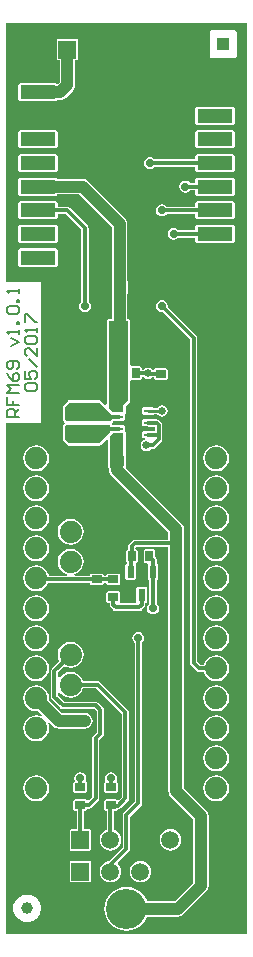
<source format=gtl>
G04 Layer_Physical_Order=1*
G04 Layer_Color=65280*
%FSLAX24Y24*%
%MOIN*%
G70*
G01*
G75*
%ADD10R,0.0472X0.0689*%
%ADD11R,0.0335X0.0256*%
%ADD12R,0.0472X0.0787*%
%ADD13R,0.0315X0.0110*%
%ADD14R,0.0256X0.0335*%
%ADD15R,0.0236X0.0433*%
%ADD16R,0.0800X0.0250*%
%ADD17R,0.0551X0.0394*%
%ADD18R,0.0354X0.0335*%
%ADD19R,0.0394X0.0551*%
%ADD20R,0.1181X0.0472*%
%ADD21R,0.0394X0.0394*%
%ADD22C,0.0394*%
%ADD23C,0.0118*%
%ADD24C,0.0098*%
%ADD25C,0.0394*%
%ADD26C,0.0059*%
%ADD27C,0.1339*%
%ADD28C,0.0591*%
%ADD29R,0.0591X0.0591*%
%ADD30C,0.0740*%
%ADD31C,0.0256*%
%ADD32C,0.0276*%
%ADD33C,0.0157*%
G36*
X8146Y121D02*
X121D01*
X121Y17145D01*
X1280D01*
Y21871D01*
X121D01*
X121Y30509D01*
X8146D01*
Y121D01*
D02*
G37*
%LPC*%
G36*
X1126Y10418D02*
X1014Y10403D01*
X909Y10360D01*
X819Y10291D01*
X750Y10201D01*
X707Y10096D01*
X692Y9984D01*
X707Y9872D01*
X750Y9767D01*
X819Y9678D01*
X909Y9609D01*
X1014Y9565D01*
X1126Y9551D01*
X1238Y9565D01*
X1343Y9609D01*
X1433Y9678D01*
X1502Y9767D01*
X1545Y9872D01*
X1560Y9984D01*
X1545Y10096D01*
X1502Y10201D01*
X1433Y10291D01*
X1343Y10360D01*
X1238Y10403D01*
X1126Y10418D01*
D02*
G37*
G36*
X7126D02*
X7014Y10403D01*
X6909Y10360D01*
X6819Y10291D01*
X6750Y10201D01*
X6707Y10096D01*
X6692Y9984D01*
X6707Y9872D01*
X6750Y9767D01*
X6819Y9678D01*
X6909Y9609D01*
X7014Y9565D01*
X7126Y9551D01*
X7238Y9565D01*
X7343Y9609D01*
X7433Y9678D01*
X7502Y9767D01*
X7545Y9872D01*
X7560Y9984D01*
X7545Y10096D01*
X7502Y10201D01*
X7433Y10291D01*
X7343Y10360D01*
X7238Y10403D01*
X7126Y10418D01*
D02*
G37*
G36*
X1126Y11418D02*
X1014Y11403D01*
X909Y11360D01*
X819Y11291D01*
X750Y11201D01*
X707Y11097D01*
X692Y10984D01*
X707Y10872D01*
X750Y10767D01*
X819Y10678D01*
X909Y10609D01*
X1014Y10565D01*
X1126Y10551D01*
X1238Y10565D01*
X1343Y10609D01*
X1433Y10678D01*
X1502Y10767D01*
X1545Y10872D01*
X1560Y10984D01*
X1545Y11097D01*
X1502Y11201D01*
X1433Y11291D01*
X1343Y11360D01*
X1238Y11403D01*
X1126Y11418D01*
D02*
G37*
G36*
Y9418D02*
X1014Y9403D01*
X909Y9360D01*
X819Y9291D01*
X750Y9201D01*
X707Y9097D01*
X692Y8984D01*
X707Y8872D01*
X750Y8767D01*
X819Y8678D01*
X909Y8609D01*
X1014Y8565D01*
X1126Y8551D01*
X1238Y8565D01*
X1343Y8609D01*
X1433Y8678D01*
X1502Y8767D01*
X1545Y8872D01*
X1560Y8984D01*
X1545Y9097D01*
X1502Y9201D01*
X1433Y9291D01*
X1343Y9360D01*
X1238Y9403D01*
X1126Y9418D01*
D02*
G37*
G36*
X5315Y21265D02*
X5238Y21249D01*
X5172Y21206D01*
X5129Y21140D01*
X5113Y21063D01*
X5129Y20986D01*
X5172Y20920D01*
X5238Y20877D01*
X5315Y20861D01*
X5340Y20866D01*
X6257Y19950D01*
Y9173D01*
X6257Y9173D01*
X6266Y9127D01*
X6292Y9087D01*
X6481Y8898D01*
X6481Y8898D01*
X6520Y8872D01*
X6567Y8863D01*
X6711D01*
X6750Y8767D01*
X6819Y8678D01*
X6909Y8609D01*
X7014Y8565D01*
X7126Y8551D01*
X7238Y8565D01*
X7343Y8609D01*
X7433Y8678D01*
X7502Y8767D01*
X7545Y8872D01*
X7560Y8984D01*
X7545Y9097D01*
X7502Y9201D01*
X7433Y9291D01*
X7343Y9360D01*
X7238Y9403D01*
X7126Y9418D01*
X7014Y9403D01*
X6909Y9360D01*
X6819Y9291D01*
X6750Y9201D01*
X6711Y9106D01*
X6617D01*
X6499Y9224D01*
Y20000D01*
X6499Y20000D01*
X6490Y20046D01*
X6464Y20086D01*
X6464Y20086D01*
X5512Y21038D01*
X5517Y21063D01*
X5501Y21140D01*
X5458Y21206D01*
X5392Y21249D01*
X5315Y21265D01*
D02*
G37*
G36*
X2276Y9868D02*
X2164Y9853D01*
X2059Y9810D01*
X1969Y9741D01*
X1900Y9651D01*
X1857Y9546D01*
X1842Y9434D01*
X1857Y9322D01*
X1897Y9227D01*
X1646Y8976D01*
X1620Y8937D01*
X1611Y8891D01*
X1611Y8891D01*
Y8031D01*
X1611Y8031D01*
X1620Y7985D01*
X1646Y7946D01*
X1922Y7670D01*
X1922Y7670D01*
X1961Y7644D01*
X2008Y7635D01*
X2008Y7635D01*
X3060D01*
X3146Y7548D01*
Y6861D01*
X3024Y6739D01*
X2998Y6700D01*
X2989Y6654D01*
X2989Y6654D01*
Y4696D01*
X2875Y4582D01*
X2816Y4593D01*
X2812Y4603D01*
X2766Y4622D01*
X2431D01*
X2385Y4603D01*
X2366Y4557D01*
Y4301D01*
X2385Y4255D01*
X2431Y4236D01*
X2477D01*
Y3628D01*
X2303D01*
X2257Y3609D01*
X2238Y3563D01*
Y2972D01*
X2257Y2927D01*
X2303Y2907D01*
X2894D01*
X2940Y2927D01*
X2959Y2972D01*
Y3563D01*
X2940Y3609D01*
X2894Y3628D01*
X2720D01*
Y4236D01*
X2766D01*
X2812Y4255D01*
X2831Y4301D01*
Y4308D01*
X2894D01*
X2894Y4308D01*
X2940Y4317D01*
X2980Y4343D01*
X3196Y4560D01*
X3222Y4599D01*
X3232Y4646D01*
X3232Y4646D01*
Y6603D01*
X3354Y6725D01*
X3354Y6725D01*
X3380Y6765D01*
X3389Y6811D01*
X3389Y6811D01*
Y7598D01*
X3389Y7598D01*
X3380Y7645D01*
X3354Y7684D01*
X3354Y7684D01*
X3196Y7842D01*
X3157Y7868D01*
X3110Y7877D01*
X3110Y7877D01*
X2058D01*
X1854Y8082D01*
Y8178D01*
X1863Y8186D01*
X1931Y8177D01*
X1969Y8128D01*
X2059Y8059D01*
X2164Y8015D01*
X2276Y8001D01*
X2388Y8015D01*
X2493Y8059D01*
X2583Y8128D01*
X2652Y8217D01*
X2691Y8313D01*
X3130D01*
X3973Y7469D01*
Y4696D01*
X3873Y4596D01*
X3835Y4603D01*
X3789Y4622D01*
X3455D01*
X3409Y4603D01*
X3390Y4557D01*
Y4301D01*
X3409Y4255D01*
X3455Y4236D01*
X3477D01*
Y3602D01*
X3419Y3578D01*
X3345Y3521D01*
X3288Y3447D01*
X3252Y3360D01*
X3240Y3268D01*
X3252Y3175D01*
X3288Y3089D01*
X3345Y3014D01*
X3419Y2957D01*
X3506Y2922D01*
X3598Y2909D01*
X3691Y2922D01*
X3778Y2957D01*
X3852Y3014D01*
X3909Y3089D01*
X3945Y3175D01*
X3957Y3268D01*
X3945Y3360D01*
X3909Y3447D01*
X3852Y3521D01*
X3778Y3578D01*
X3720Y3602D01*
Y4236D01*
X3789D01*
X3835Y4255D01*
X3847Y4284D01*
X3854D01*
X3854Y4284D01*
X3901Y4293D01*
X3940Y4320D01*
X4180Y4560D01*
X4180Y4560D01*
X4207Y4599D01*
X4216Y4646D01*
X4216Y4646D01*
Y7520D01*
X4216Y7520D01*
X4207Y7566D01*
X4180Y7606D01*
X3266Y8520D01*
X3226Y8546D01*
X3180Y8556D01*
X3180Y8556D01*
X2691D01*
X2652Y8651D01*
X2583Y8741D01*
X2493Y8810D01*
X2388Y8853D01*
X2276Y8868D01*
X2164Y8853D01*
X2059Y8810D01*
X1969Y8741D01*
X1931Y8691D01*
X1863Y8683D01*
X1854Y8690D01*
Y8840D01*
X2068Y9055D01*
X2164Y9015D01*
X2276Y9001D01*
X2388Y9015D01*
X2493Y9059D01*
X2583Y9128D01*
X2652Y9217D01*
X2695Y9322D01*
X2710Y9434D01*
X2695Y9546D01*
X2652Y9651D01*
X2583Y9741D01*
X2493Y9810D01*
X2388Y9853D01*
X2276Y9868D01*
D02*
G37*
G36*
X7126Y11418D02*
X7014Y11403D01*
X6909Y11360D01*
X6819Y11291D01*
X6750Y11201D01*
X6707Y11097D01*
X6692Y10984D01*
X6707Y10872D01*
X6750Y10767D01*
X6819Y10678D01*
X6909Y10609D01*
X7014Y10565D01*
X7126Y10551D01*
X7238Y10565D01*
X7343Y10609D01*
X7433Y10678D01*
X7502Y10767D01*
X7545Y10872D01*
X7560Y10984D01*
X7545Y11097D01*
X7502Y11201D01*
X7433Y11291D01*
X7343Y11360D01*
X7238Y11403D01*
X7126Y11418D01*
D02*
G37*
G36*
X2276Y12968D02*
X2164Y12953D01*
X2059Y12910D01*
X1969Y12841D01*
X1900Y12751D01*
X1857Y12646D01*
X1842Y12534D01*
X1857Y12422D01*
X1900Y12317D01*
X1969Y12228D01*
X2059Y12159D01*
X2152Y12120D01*
X2142Y12070D01*
X1548D01*
X1545Y12097D01*
X1502Y12201D01*
X1433Y12291D01*
X1343Y12360D01*
X1238Y12403D01*
X1126Y12418D01*
X1014Y12403D01*
X909Y12360D01*
X819Y12291D01*
X750Y12201D01*
X707Y12097D01*
X692Y11984D01*
X707Y11872D01*
X750Y11767D01*
X819Y11678D01*
X909Y11609D01*
X1014Y11565D01*
X1126Y11551D01*
X1238Y11565D01*
X1343Y11609D01*
X1433Y11678D01*
X1502Y11767D01*
X1526Y11827D01*
X2917D01*
Y11821D01*
X2936Y11775D01*
X2982Y11756D01*
X3317D01*
X3363Y11775D01*
X3382Y11821D01*
Y11827D01*
X3469D01*
Y11821D01*
X3488Y11775D01*
X3533Y11756D01*
X3868D01*
X3914Y11775D01*
X3933Y11821D01*
Y12077D01*
X3914Y12123D01*
X3868Y12142D01*
X3533D01*
X3488Y12123D01*
X3469Y12077D01*
Y12070D01*
X3382D01*
Y12077D01*
X3363Y12123D01*
X3317Y12142D01*
X2982D01*
X2936Y12123D01*
X2917Y12077D01*
Y12070D01*
X2410D01*
X2400Y12120D01*
X2493Y12159D01*
X2583Y12228D01*
X2652Y12317D01*
X2695Y12422D01*
X2710Y12534D01*
X2695Y12646D01*
X2652Y12751D01*
X2583Y12841D01*
X2493Y12910D01*
X2388Y12953D01*
X2276Y12968D01*
D02*
G37*
G36*
X1126Y13418D02*
X1014Y13403D01*
X909Y13360D01*
X819Y13291D01*
X750Y13201D01*
X707Y13096D01*
X692Y12984D01*
X707Y12872D01*
X750Y12767D01*
X819Y12678D01*
X909Y12609D01*
X1014Y12565D01*
X1126Y12551D01*
X1238Y12565D01*
X1343Y12609D01*
X1433Y12678D01*
X1502Y12767D01*
X1545Y12872D01*
X1560Y12984D01*
X1545Y13096D01*
X1502Y13201D01*
X1433Y13291D01*
X1343Y13360D01*
X1238Y13403D01*
X1126Y13418D01*
D02*
G37*
G36*
X7126D02*
X7014Y13403D01*
X6909Y13360D01*
X6819Y13291D01*
X6750Y13201D01*
X6707Y13096D01*
X6692Y12984D01*
X6707Y12872D01*
X6750Y12767D01*
X6819Y12678D01*
X6909Y12609D01*
X7014Y12565D01*
X7126Y12551D01*
X7238Y12565D01*
X7343Y12609D01*
X7433Y12678D01*
X7502Y12767D01*
X7545Y12872D01*
X7560Y12984D01*
X7545Y13096D01*
X7502Y13201D01*
X7433Y13291D01*
X7343Y13360D01*
X7238Y13403D01*
X7126Y13418D01*
D02*
G37*
G36*
X5030Y12949D02*
X4774D01*
X4728Y12930D01*
X4709Y12884D01*
Y12549D01*
X4728Y12503D01*
X4774Y12484D01*
X4817D01*
X4846Y12434D01*
X4837Y12411D01*
Y11978D01*
X4856Y11932D01*
X4898Y11915D01*
Y11141D01*
X4877Y11127D01*
X4833Y11061D01*
X4818Y10984D01*
X4833Y10907D01*
X4877Y10842D01*
X4943Y10798D01*
X5020Y10783D01*
X5097Y10798D01*
X5162Y10842D01*
X5206Y10907D01*
X5221Y10984D01*
X5206Y11061D01*
X5162Y11127D01*
X5141Y11141D01*
Y11915D01*
X5184Y11932D01*
X5203Y11978D01*
Y12411D01*
X5184Y12457D01*
X5141Y12475D01*
Y12598D01*
X5141Y12598D01*
X5132Y12645D01*
X5106Y12684D01*
X5106Y12684D01*
X5094Y12695D01*
Y12884D01*
X5075Y12930D01*
X5030Y12949D01*
D02*
G37*
G36*
X4764Y11709D02*
X4528D01*
X4482Y11690D01*
X4463Y11644D01*
Y11211D01*
X4469Y11195D01*
X4436Y11145D01*
X3940D01*
X3918Y11195D01*
X3933Y11230D01*
Y11486D01*
X3914Y11532D01*
X3868Y11551D01*
X3533D01*
X3488Y11532D01*
X3469Y11486D01*
Y11230D01*
X3488Y11184D01*
X3533Y11165D01*
X3579D01*
Y11102D01*
X3579Y11102D01*
X3589Y11056D01*
X3615Y11017D01*
X3694Y10938D01*
X3694Y10938D01*
X3733Y10911D01*
X3780Y10902D01*
X4567D01*
X4567Y10902D01*
X4613Y10911D01*
X4653Y10938D01*
X4732Y11017D01*
X4732Y11017D01*
X4758Y11056D01*
X4767Y11102D01*
Y11147D01*
X4810Y11165D01*
X4829Y11211D01*
Y11644D01*
X4810Y11690D01*
X4764Y11709D01*
D02*
G37*
G36*
X7126Y12418D02*
X7014Y12403D01*
X6909Y12360D01*
X6819Y12291D01*
X6750Y12201D01*
X6707Y12097D01*
X6692Y11984D01*
X6707Y11872D01*
X6750Y11767D01*
X6819Y11678D01*
X6909Y11609D01*
X7014Y11565D01*
X7126Y11551D01*
X7238Y11565D01*
X7343Y11609D01*
X7433Y11678D01*
X7502Y11767D01*
X7545Y11872D01*
X7560Y11984D01*
X7545Y12097D01*
X7502Y12201D01*
X7433Y12291D01*
X7343Y12360D01*
X7238Y12403D01*
X7126Y12418D01*
D02*
G37*
G36*
X4598Y2563D02*
X4506Y2551D01*
X4419Y2515D01*
X4345Y2458D01*
X4288Y2384D01*
X4252Y2297D01*
X4240Y2205D01*
X4252Y2112D01*
X4288Y2026D01*
X4345Y1951D01*
X4419Y1894D01*
X4506Y1859D01*
X4598Y1846D01*
X4691Y1859D01*
X4778Y1894D01*
X4852Y1951D01*
X4909Y2026D01*
X4945Y2112D01*
X4957Y2205D01*
X4945Y2297D01*
X4909Y2384D01*
X4852Y2458D01*
X4778Y2515D01*
X4691Y2551D01*
X4598Y2563D01*
D02*
G37*
G36*
X5598Y3626D02*
X5506Y3614D01*
X5419Y3578D01*
X5345Y3521D01*
X5288Y3447D01*
X5252Y3360D01*
X5240Y3268D01*
X5252Y3175D01*
X5288Y3089D01*
X5345Y3014D01*
X5419Y2957D01*
X5506Y2922D01*
X5598Y2909D01*
X5691Y2922D01*
X5778Y2957D01*
X5852Y3014D01*
X5909Y3089D01*
X5945Y3175D01*
X5957Y3268D01*
X5945Y3360D01*
X5909Y3447D01*
X5852Y3521D01*
X5778Y3578D01*
X5691Y3614D01*
X5598Y3626D01*
D02*
G37*
G36*
X1126Y5418D02*
X1014Y5403D01*
X909Y5360D01*
X819Y5291D01*
X750Y5201D01*
X707Y5096D01*
X692Y4984D01*
X707Y4872D01*
X750Y4767D01*
X819Y4678D01*
X909Y4609D01*
X1014Y4565D01*
X1126Y4551D01*
X1238Y4565D01*
X1343Y4609D01*
X1433Y4678D01*
X1502Y4767D01*
X1545Y4872D01*
X1560Y4984D01*
X1545Y5096D01*
X1502Y5201D01*
X1433Y5291D01*
X1343Y5360D01*
X1238Y5403D01*
X1126Y5418D01*
D02*
G37*
G36*
X775Y1443D02*
X767Y1440D01*
X758Y1441D01*
X658Y1414D01*
X651Y1409D01*
X642Y1407D01*
X553Y1356D01*
X547Y1349D01*
X539Y1345D01*
X466Y1272D01*
X462Y1264D01*
X455Y1258D01*
X404Y1169D01*
X403Y1160D01*
X397Y1153D01*
X370Y1053D01*
X371Y1044D01*
X368Y1036D01*
Y984D01*
X368Y932D01*
X371Y924D01*
X370Y916D01*
X397Y815D01*
X403Y809D01*
X404Y800D01*
X455Y710D01*
X462Y705D01*
X466Y697D01*
X539Y623D01*
X547Y620D01*
X553Y613D01*
X642Y561D01*
X651Y560D01*
X658Y555D01*
X758Y528D01*
X767Y529D01*
X775Y526D01*
X879Y526D01*
X887Y529D01*
X895Y528D01*
X996Y555D01*
X1002Y560D01*
X1011Y561D01*
X1101Y613D01*
X1106Y620D01*
X1114Y623D01*
X1188Y697D01*
X1191Y705D01*
X1198Y710D01*
X1250Y800D01*
X1251Y809D01*
X1256Y815D01*
X1283Y916D01*
X1282Y924D01*
X1285Y932D01*
Y1036D01*
X1282Y1044D01*
X1283Y1053D01*
X1256Y1153D01*
X1251Y1160D01*
X1250Y1169D01*
X1198Y1258D01*
X1191Y1264D01*
X1188Y1272D01*
X1114Y1345D01*
X1106Y1349D01*
X1101Y1356D01*
X1011Y1407D01*
X1003Y1409D01*
X996Y1414D01*
X895Y1441D01*
X887Y1440D01*
X879Y1443D01*
X775Y1443D01*
D02*
G37*
G36*
X2894Y2565D02*
X2303D01*
X2257Y2546D01*
X2238Y2500D01*
Y1909D01*
X2257Y1864D01*
X2303Y1845D01*
X2894D01*
X2940Y1864D01*
X2959Y1909D01*
Y2500D01*
X2940Y2546D01*
X2894Y2565D01*
D02*
G37*
G36*
X4528Y10202D02*
X4450Y10186D01*
X4385Y10143D01*
X4341Y10077D01*
X4326Y10000D01*
X4341Y9923D01*
X4385Y9857D01*
X4406Y9843D01*
Y4538D01*
X4048Y4180D01*
X4022Y4141D01*
X4012Y4094D01*
X4012Y4094D01*
Y3027D01*
X3541Y2556D01*
X3506Y2551D01*
X3419Y2515D01*
X3345Y2458D01*
X3288Y2384D01*
X3252Y2297D01*
X3240Y2205D01*
X3252Y2112D01*
X3288Y2026D01*
X3345Y1951D01*
X3419Y1894D01*
X3506Y1859D01*
X3598Y1846D01*
X3691Y1859D01*
X3778Y1894D01*
X3852Y1951D01*
X3909Y2026D01*
X3945Y2112D01*
X3957Y2205D01*
X3945Y2297D01*
X3909Y2384D01*
X3852Y2458D01*
X3845Y2463D01*
X3842Y2513D01*
X4220Y2891D01*
X4220Y2891D01*
X4246Y2930D01*
X4255Y2976D01*
Y4044D01*
X4613Y4402D01*
X4613Y4402D01*
X4640Y4442D01*
X4649Y4488D01*
Y9843D01*
X4670Y9857D01*
X4714Y9923D01*
X4729Y10000D01*
X4714Y10077D01*
X4670Y10143D01*
X4605Y10186D01*
X4528Y10202D01*
D02*
G37*
G36*
X7126Y5418D02*
X7014Y5403D01*
X6909Y5360D01*
X6819Y5291D01*
X6750Y5201D01*
X6707Y5096D01*
X6692Y4984D01*
X6707Y4872D01*
X6750Y4767D01*
X6819Y4678D01*
X6909Y4609D01*
X7014Y4565D01*
X7126Y4551D01*
X7238Y4565D01*
X7343Y4609D01*
X7433Y4678D01*
X7502Y4767D01*
X7545Y4872D01*
X7560Y4984D01*
X7545Y5096D01*
X7502Y5201D01*
X7433Y5291D01*
X7343Y5360D01*
X7238Y5403D01*
X7126Y5418D01*
D02*
G37*
G36*
Y7418D02*
X7014Y7403D01*
X6909Y7360D01*
X6819Y7291D01*
X6750Y7201D01*
X6707Y7096D01*
X6692Y6984D01*
X6707Y6872D01*
X6750Y6767D01*
X6819Y6678D01*
X6909Y6609D01*
X7014Y6565D01*
X7126Y6551D01*
X7238Y6565D01*
X7343Y6609D01*
X7433Y6678D01*
X7502Y6767D01*
X7545Y6872D01*
X7560Y6984D01*
X7545Y7096D01*
X7502Y7201D01*
X7433Y7291D01*
X7343Y7360D01*
X7238Y7403D01*
X7126Y7418D01*
D02*
G37*
G36*
X1126Y8418D02*
X1014Y8403D01*
X909Y8360D01*
X819Y8291D01*
X750Y8201D01*
X707Y8097D01*
X692Y7984D01*
X707Y7872D01*
X750Y7767D01*
X819Y7678D01*
X909Y7609D01*
X1014Y7565D01*
X1126Y7551D01*
X1185Y7558D01*
X1321Y7423D01*
X1292Y7381D01*
X1238Y7403D01*
X1126Y7418D01*
X1014Y7403D01*
X909Y7360D01*
X819Y7291D01*
X750Y7201D01*
X707Y7096D01*
X692Y6984D01*
X707Y6872D01*
X750Y6767D01*
X819Y6678D01*
X909Y6609D01*
X1014Y6565D01*
X1126Y6551D01*
X1238Y6565D01*
X1343Y6609D01*
X1433Y6678D01*
X1502Y6767D01*
X1545Y6872D01*
X1560Y6984D01*
X1545Y7096D01*
X1522Y7151D01*
X1565Y7179D01*
X1693Y7051D01*
X1746Y7010D01*
X1809Y6984D01*
X1876Y6975D01*
X1883D01*
X1890Y6972D01*
X2441D01*
X2448Y6975D01*
X2746D01*
X2813Y6984D01*
X2876Y7010D01*
X2929Y7051D01*
X2970Y7105D01*
X2996Y7167D01*
X3005Y7234D01*
X2996Y7301D01*
X2970Y7364D01*
X2929Y7417D01*
X2876Y7459D01*
X2813Y7484D01*
X2746Y7493D01*
X2448D01*
X2441Y7496D01*
X1981D01*
X1552Y7925D01*
X1560Y7984D01*
X1545Y8097D01*
X1502Y8201D01*
X1433Y8291D01*
X1343Y8360D01*
X1238Y8403D01*
X1126Y8418D01*
D02*
G37*
G36*
X7126D02*
X7014Y8403D01*
X6909Y8360D01*
X6819Y8291D01*
X6750Y8201D01*
X6707Y8097D01*
X6692Y7984D01*
X6707Y7872D01*
X6750Y7767D01*
X6819Y7678D01*
X6909Y7609D01*
X7014Y7565D01*
X7126Y7551D01*
X7238Y7565D01*
X7343Y7609D01*
X7433Y7678D01*
X7502Y7767D01*
X7545Y7872D01*
X7560Y7984D01*
X7545Y8097D01*
X7502Y8201D01*
X7433Y8291D01*
X7343Y8360D01*
X7238Y8403D01*
X7126Y8418D01*
D02*
G37*
G36*
X2598Y5517D02*
X2521Y5501D01*
X2456Y5458D01*
X2412Y5392D01*
X2397Y5315D01*
X2412Y5238D01*
X2401Y5200D01*
X2385Y5194D01*
X2366Y5148D01*
Y4892D01*
X2385Y4846D01*
X2431Y4827D01*
X2766D01*
X2812Y4846D01*
X2831Y4892D01*
Y5148D01*
X2812Y5194D01*
X2796Y5200D01*
X2785Y5238D01*
X2800Y5315D01*
X2785Y5392D01*
X2741Y5458D01*
X2676Y5501D01*
X2598Y5517D01*
D02*
G37*
G36*
X3622D02*
X3545Y5501D01*
X3479Y5458D01*
X3436Y5392D01*
X3420Y5315D01*
X3436Y5238D01*
X3424Y5200D01*
X3409Y5194D01*
X3390Y5148D01*
Y4892D01*
X3409Y4846D01*
X3455Y4827D01*
X3789D01*
X3835Y4846D01*
X3854Y4892D01*
Y5148D01*
X3835Y5194D01*
X3820Y5200D01*
X3808Y5238D01*
X3824Y5315D01*
X3808Y5392D01*
X3765Y5458D01*
X3699Y5501D01*
X3622Y5517D01*
D02*
G37*
G36*
X7126Y6418D02*
X7014Y6403D01*
X6909Y6360D01*
X6819Y6291D01*
X6750Y6201D01*
X6707Y6097D01*
X6692Y5984D01*
X6707Y5872D01*
X6750Y5767D01*
X6819Y5678D01*
X6909Y5609D01*
X7014Y5565D01*
X7126Y5551D01*
X7238Y5565D01*
X7343Y5609D01*
X7433Y5678D01*
X7502Y5767D01*
X7545Y5872D01*
X7560Y5984D01*
X7545Y6097D01*
X7502Y6201D01*
X7433Y6291D01*
X7343Y6360D01*
X7238Y6403D01*
X7126Y6418D01*
D02*
G37*
G36*
X7677Y23766D02*
X6496D01*
X6450Y23747D01*
X6431Y23701D01*
Y23586D01*
X5865D01*
X5851Y23607D01*
X5786Y23651D01*
X5709Y23666D01*
X5631Y23651D01*
X5566Y23607D01*
X5522Y23542D01*
X5507Y23465D01*
X5522Y23387D01*
X5566Y23322D01*
X5631Y23278D01*
X5709Y23263D01*
X5786Y23278D01*
X5851Y23322D01*
X5865Y23343D01*
X6431D01*
Y23228D01*
X6450Y23182D01*
X6496Y23163D01*
X7677D01*
X7723Y23182D01*
X7742Y23228D01*
Y23701D01*
X7723Y23747D01*
X7677Y23766D01*
D02*
G37*
G36*
Y24553D02*
X6496D01*
X6450Y24534D01*
X6431Y24488D01*
Y24373D01*
X5472Y24373D01*
X5458Y24395D01*
X5392Y24438D01*
X5315Y24454D01*
X5238Y24438D01*
X5172Y24395D01*
X5129Y24329D01*
X5113Y24252D01*
X5129Y24175D01*
X5172Y24109D01*
X5238Y24066D01*
X5315Y24050D01*
X5392Y24066D01*
X5458Y24109D01*
X5472Y24131D01*
X6431Y24131D01*
Y24016D01*
X6450Y23970D01*
X6496Y23951D01*
X7677D01*
X7723Y23970D01*
X7742Y24016D01*
Y24488D01*
X7723Y24534D01*
X7677Y24553D01*
D02*
G37*
G36*
Y25341D02*
X6496D01*
X6450Y25321D01*
X6431Y25276D01*
Y25161D01*
X6259D01*
X6245Y25182D01*
X6180Y25226D01*
X6102Y25241D01*
X6025Y25226D01*
X5960Y25182D01*
X5916Y25117D01*
X5901Y25039D01*
X5916Y24962D01*
X5960Y24897D01*
X6025Y24853D01*
X6102Y24838D01*
X6180Y24853D01*
X6245Y24897D01*
X6259Y24918D01*
X6431D01*
Y24803D01*
X6450Y24757D01*
X6496Y24738D01*
X7677D01*
X7723Y24757D01*
X7742Y24803D01*
Y25276D01*
X7723Y25321D01*
X7677Y25341D01*
D02*
G37*
G36*
X1772Y24553D02*
X591D01*
X545Y24534D01*
X526Y24488D01*
Y24016D01*
X545Y23970D01*
X591Y23951D01*
X1772D01*
X1818Y23970D01*
X1837Y24016D01*
Y24131D01*
X2115D01*
X2635Y23611D01*
Y21220D01*
X2613Y21206D01*
X2570Y21140D01*
X2554Y21063D01*
X2570Y20986D01*
X2613Y20920D01*
X2679Y20877D01*
X2756Y20861D01*
X2833Y20877D01*
X2899Y20920D01*
X2942Y20986D01*
X2958Y21063D01*
X2942Y21140D01*
X2899Y21206D01*
X2877Y21220D01*
Y23661D01*
X2868Y23708D01*
X2842Y23747D01*
X2842Y23747D01*
X2251Y24338D01*
X2212Y24364D01*
X2165Y24373D01*
X2165Y24373D01*
X1837D01*
Y24488D01*
X1818Y24534D01*
X1772Y24553D01*
D02*
G37*
G36*
Y22978D02*
X591D01*
X545Y22959D01*
X526Y22913D01*
Y22441D01*
X545Y22395D01*
X591Y22376D01*
X1772D01*
X1818Y22395D01*
X1837Y22441D01*
Y22913D01*
X1818Y22959D01*
X1772Y22978D01*
D02*
G37*
G36*
Y23766D02*
X591D01*
X545Y23747D01*
X526Y23701D01*
Y23228D01*
X545Y23182D01*
X591Y23163D01*
X1772D01*
X1818Y23182D01*
X1837Y23228D01*
Y23701D01*
X1818Y23747D01*
X1772Y23766D01*
D02*
G37*
G36*
Y26128D02*
X591D01*
X545Y26109D01*
X526Y26063D01*
Y25591D01*
X545Y25545D01*
X591Y25526D01*
X1772D01*
X1818Y25545D01*
X1837Y25591D01*
Y26063D01*
X1818Y26109D01*
X1772Y26128D01*
D02*
G37*
G36*
X7677Y27703D02*
X6496D01*
X6450Y27684D01*
X6431Y27638D01*
Y27165D01*
X6450Y27119D01*
X6496Y27100D01*
X7677D01*
X7723Y27119D01*
X7742Y27165D01*
Y27638D01*
X7723Y27684D01*
X7677Y27703D01*
D02*
G37*
G36*
X2461Y29967D02*
X1870D01*
X1824Y29948D01*
X1805Y29902D01*
Y29311D01*
X1824Y29265D01*
X1870Y29246D01*
X1906D01*
Y28533D01*
X1840Y28467D01*
X1818Y28471D01*
X1772Y28490D01*
X591D01*
X545Y28471D01*
X526Y28425D01*
Y27953D01*
X545Y27907D01*
X591Y27888D01*
X1772D01*
X1818Y27907D01*
X1827Y27930D01*
X1929D01*
X1996Y27939D01*
X2059Y27965D01*
X2112Y28006D01*
X2349Y28242D01*
X2390Y28296D01*
X2416Y28358D01*
X2424Y28425D01*
Y29246D01*
X2461D01*
X2507Y29265D01*
X2526Y29311D01*
Y29902D01*
X2507Y29948D01*
X2461Y29967D01*
D02*
G37*
G36*
X7756Y30262D02*
X6969D01*
X6923Y30243D01*
X6904Y30197D01*
Y29409D01*
X6923Y29364D01*
X6969Y29344D01*
X7756D01*
X7802Y29364D01*
X7821Y29409D01*
Y30197D01*
X7802Y30243D01*
X7756Y30262D01*
D02*
G37*
G36*
X7677Y26128D02*
X6496D01*
X6450Y26109D01*
X6431Y26063D01*
Y25948D01*
X5078Y25948D01*
X5064Y25969D01*
X4998Y26013D01*
X4921Y26028D01*
X4844Y26013D01*
X4779Y25969D01*
X4735Y25904D01*
X4720Y25827D01*
X4735Y25750D01*
X4779Y25684D01*
X4844Y25640D01*
X4921Y25625D01*
X4998Y25640D01*
X5064Y25684D01*
X5078Y25705D01*
X6431Y25705D01*
Y25591D01*
X6450Y25545D01*
X6496Y25526D01*
X7677D01*
X7723Y25545D01*
X7742Y25591D01*
Y26063D01*
X7723Y26109D01*
X7677Y26128D01*
D02*
G37*
G36*
X1772Y26915D02*
X591D01*
X545Y26896D01*
X526Y26850D01*
Y26378D01*
X545Y26332D01*
X591Y26313D01*
X1772D01*
X1818Y26332D01*
X1837Y26378D01*
Y26850D01*
X1818Y26896D01*
X1772Y26915D01*
D02*
G37*
G36*
X7677D02*
X6496D01*
X6450Y26896D01*
X6431Y26850D01*
Y26378D01*
X6450Y26332D01*
X6496Y26313D01*
X7677D01*
X7723Y26332D01*
X7742Y26378D01*
Y26850D01*
X7723Y26896D01*
X7677Y26915D01*
D02*
G37*
G36*
X1772Y25341D02*
X591D01*
X545Y25321D01*
X526Y25276D01*
Y24803D01*
X545Y24757D01*
X591Y24738D01*
X1772D01*
X1818Y24757D01*
X1827Y24780D01*
X2570D01*
X3648Y23702D01*
Y21227D01*
X3646Y21220D01*
Y20669D01*
X3614Y20631D01*
X3559D01*
X3529Y20625D01*
X3502Y20608D01*
X3485Y20582D01*
X3479Y20551D01*
Y17781D01*
X3433Y17762D01*
X3297Y17898D01*
X3297Y17898D01*
X3270Y17915D01*
X3240Y17921D01*
X2233Y17921D01*
X2233Y17921D01*
X2203Y17915D01*
X2177Y17898D01*
X2046Y17767D01*
X2028Y17741D01*
X2022Y17710D01*
X2022Y17273D01*
X2022Y17273D01*
X2028Y17242D01*
X2046Y17216D01*
X2064Y17198D01*
X2076Y17165D01*
X2064Y17132D01*
X2046Y17114D01*
X2028Y17088D01*
X2022Y17058D01*
X2022Y16621D01*
X2022Y16621D01*
X2028Y16590D01*
X2046Y16564D01*
X2177Y16433D01*
X2203Y16416D01*
X2233Y16409D01*
X3240Y16409D01*
X3240Y16409D01*
X3270Y16416D01*
X3297Y16433D01*
X3297Y16433D01*
X3472Y16609D01*
X3518Y16589D01*
X3518Y15705D01*
X3524Y15674D01*
X3542Y15648D01*
X3556Y15634D01*
Y15594D01*
X3565Y15527D01*
X3591Y15465D01*
X3632Y15411D01*
X5528Y13515D01*
Y13271D01*
X4409D01*
X4409Y13271D01*
X4363Y13262D01*
X4324Y13235D01*
X4225Y13137D01*
X4199Y13098D01*
X4190Y13051D01*
X4190Y13051D01*
Y12949D01*
X4183D01*
X4137Y12930D01*
X4118Y12884D01*
Y12549D01*
X4137Y12503D01*
X4115Y12460D01*
X4108Y12457D01*
X4089Y12411D01*
Y11978D01*
X4108Y11932D01*
X4154Y11913D01*
X4390D01*
X4436Y11932D01*
X4455Y11978D01*
Y12411D01*
X4444Y12436D01*
X4441Y12465D01*
X4464Y12495D01*
X4485Y12503D01*
X4504Y12549D01*
Y12884D01*
X4485Y12930D01*
X4439Y12949D01*
X4432D01*
Y13001D01*
X4460Y13028D01*
X5528D01*
Y4882D01*
X5537Y4815D01*
X5563Y4752D01*
X5604Y4699D01*
X6355Y3948D01*
Y1840D01*
X5739Y1224D01*
X4817D01*
X4811Y1245D01*
X4743Y1372D01*
X4652Y1483D01*
X4541Y1574D01*
X4414Y1642D01*
X4277Y1683D01*
X4134Y1697D01*
X3991Y1683D01*
X3853Y1642D01*
X3727Y1574D01*
X3616Y1483D01*
X3525Y1372D01*
X3457Y1245D01*
X3415Y1108D01*
X3401Y965D01*
X3415Y822D01*
X3457Y684D01*
X3525Y557D01*
X3616Y446D01*
X3727Y355D01*
X3853Y288D01*
X3991Y246D01*
X4134Y232D01*
X4277Y246D01*
X4414Y288D01*
X4541Y355D01*
X4652Y446D01*
X4743Y557D01*
X4811Y684D01*
X4817Y706D01*
X5846D01*
X5914Y714D01*
X5976Y740D01*
X6030Y781D01*
X6797Y1549D01*
X6839Y1603D01*
X6864Y1665D01*
X6873Y1732D01*
Y4055D01*
X6864Y4122D01*
X6839Y4185D01*
X6797Y4238D01*
X6046Y4989D01*
Y13150D01*
Y13622D01*
X6038Y13689D01*
X6012Y13752D01*
X5971Y13805D01*
X4111Y15665D01*
X4112Y15669D01*
Y15719D01*
X4120Y15738D01*
Y15902D01*
Y16073D01*
X4112Y16092D01*
D01*
Y16817D01*
X4111Y16824D01*
X4106Y16848D01*
X4088Y16874D01*
X4085Y16876D01*
X4100Y16913D01*
Y17024D01*
X4081Y17070D01*
X4035Y17089D01*
X3885D01*
X3878Y17090D01*
X3676D01*
Y17093D01*
X3670Y17124D01*
X3665Y17130D01*
X3660Y17169D01*
X3672Y17196D01*
X3699Y17229D01*
X3705Y17239D01*
X3706Y17241D01*
X3878D01*
X3885Y17242D01*
X4035D01*
X4081Y17261D01*
X4100Y17307D01*
Y17417D01*
X4082Y17461D01*
X4086Y17468D01*
X4087Y17469D01*
X4104Y17495D01*
X4110Y17526D01*
Y17565D01*
Y17715D01*
Y17723D01*
X4116Y17729D01*
X4116Y17729D01*
X4244Y17857D01*
D01*
X4244Y17857D01*
X4262Y17883D01*
X4268Y17914D01*
Y18510D01*
D01*
Y18510D01*
X4269Y18518D01*
Y18559D01*
X4317Y18593D01*
X4573D01*
X4619Y18612D01*
X4638Y18658D01*
Y18698D01*
X4698D01*
X4707Y18683D01*
X4769Y18642D01*
X4843Y18627D01*
X4916Y18642D01*
X4978Y18683D01*
X4979Y18684D01*
X5043D01*
Y18671D01*
X5062Y18625D01*
X5108Y18606D01*
X5443D01*
X5489Y18625D01*
X5508Y18671D01*
Y18927D01*
X5489Y18973D01*
X5443Y18992D01*
X5108D01*
X5062Y18973D01*
X5043Y18927D01*
X4994Y18930D01*
X4978Y18954D01*
X4916Y18996D01*
X4843Y19011D01*
X4769Y18996D01*
X4707Y18954D01*
X4698Y18940D01*
X4638D01*
Y18993D01*
X4619Y19039D01*
X4573Y19058D01*
X4317D01*
X4269Y19092D01*
Y20551D01*
X4263Y20582D01*
X4246Y20608D01*
X4220Y20625D01*
X4199Y20630D01*
X4169Y20669D01*
Y21220D01*
X4167Y21227D01*
Y21474D01*
X4180Y21480D01*
X4199Y21526D01*
Y21860D01*
X4180Y21906D01*
X4167Y21912D01*
Y23809D01*
X4158Y23876D01*
X4132Y23939D01*
X4091Y23992D01*
X2860Y25223D01*
X2807Y25264D01*
X2744Y25290D01*
X2677Y25298D01*
X1827D01*
X1818Y25321D01*
X1772Y25341D01*
D02*
G37*
G36*
X1126Y15418D02*
X1014Y15403D01*
X909Y15360D01*
X819Y15291D01*
X750Y15201D01*
X707Y15096D01*
X692Y14984D01*
X707Y14872D01*
X750Y14767D01*
X819Y14678D01*
X909Y14609D01*
X1014Y14565D01*
X1126Y14551D01*
X1238Y14565D01*
X1343Y14609D01*
X1433Y14678D01*
X1502Y14767D01*
X1545Y14872D01*
X1560Y14984D01*
X1545Y15096D01*
X1502Y15201D01*
X1433Y15291D01*
X1343Y15360D01*
X1238Y15403D01*
X1126Y15418D01*
D02*
G37*
G36*
X7126D02*
X7014Y15403D01*
X6909Y15360D01*
X6819Y15291D01*
X6750Y15201D01*
X6707Y15096D01*
X6692Y14984D01*
X6707Y14872D01*
X6750Y14767D01*
X6819Y14678D01*
X6909Y14609D01*
X7014Y14565D01*
X7126Y14551D01*
X7238Y14565D01*
X7343Y14609D01*
X7433Y14678D01*
X7502Y14767D01*
X7545Y14872D01*
X7560Y14984D01*
X7545Y15096D01*
X7502Y15201D01*
X7433Y15291D01*
X7343Y15360D01*
X7238Y15403D01*
X7126Y15418D01*
D02*
G37*
G36*
X1126Y16418D02*
X1014Y16403D01*
X909Y16360D01*
X819Y16291D01*
X750Y16201D01*
X707Y16097D01*
X692Y15984D01*
X707Y15872D01*
X750Y15767D01*
X819Y15678D01*
X909Y15609D01*
X1014Y15565D01*
X1126Y15551D01*
X1238Y15565D01*
X1343Y15609D01*
X1433Y15678D01*
X1502Y15767D01*
X1545Y15872D01*
X1560Y15984D01*
X1545Y16097D01*
X1502Y16201D01*
X1433Y16291D01*
X1343Y16360D01*
X1238Y16403D01*
X1126Y16418D01*
D02*
G37*
G36*
X2276Y13968D02*
X2164Y13953D01*
X2059Y13910D01*
X1969Y13841D01*
X1900Y13751D01*
X1857Y13647D01*
X1842Y13534D01*
X1857Y13422D01*
X1900Y13317D01*
X1969Y13228D01*
X2059Y13159D01*
X2164Y13115D01*
X2276Y13101D01*
X2388Y13115D01*
X2493Y13159D01*
X2583Y13228D01*
X2652Y13317D01*
X2695Y13422D01*
X2710Y13534D01*
X2695Y13647D01*
X2652Y13751D01*
X2583Y13841D01*
X2493Y13910D01*
X2388Y13953D01*
X2276Y13968D01*
D02*
G37*
G36*
X1126Y14418D02*
X1014Y14403D01*
X909Y14360D01*
X819Y14291D01*
X750Y14201D01*
X707Y14096D01*
X692Y13984D01*
X707Y13872D01*
X750Y13767D01*
X819Y13678D01*
X909Y13609D01*
X1014Y13565D01*
X1126Y13551D01*
X1238Y13565D01*
X1343Y13609D01*
X1433Y13678D01*
X1502Y13767D01*
X1545Y13872D01*
X1560Y13984D01*
X1545Y14096D01*
X1502Y14201D01*
X1433Y14291D01*
X1343Y14360D01*
X1238Y14403D01*
X1126Y14418D01*
D02*
G37*
G36*
X7126D02*
X7014Y14403D01*
X6909Y14360D01*
X6819Y14291D01*
X6750Y14201D01*
X6707Y14096D01*
X6692Y13984D01*
X6707Y13872D01*
X6750Y13767D01*
X6819Y13678D01*
X6909Y13609D01*
X7014Y13565D01*
X7126Y13551D01*
X7238Y13565D01*
X7343Y13609D01*
X7433Y13678D01*
X7502Y13767D01*
X7545Y13872D01*
X7560Y13984D01*
X7545Y14096D01*
X7502Y14201D01*
X7433Y14291D01*
X7343Y14360D01*
X7238Y14403D01*
X7126Y14418D01*
D02*
G37*
G36*
Y16418D02*
X7014Y16403D01*
X6909Y16360D01*
X6819Y16291D01*
X6750Y16201D01*
X6707Y16097D01*
X6692Y15984D01*
X6707Y15872D01*
X6750Y15767D01*
X6819Y15678D01*
X6909Y15609D01*
X7014Y15565D01*
X7126Y15551D01*
X7238Y15565D01*
X7343Y15609D01*
X7433Y15678D01*
X7502Y15767D01*
X7545Y15872D01*
X7560Y15984D01*
X7545Y16097D01*
X7502Y16201D01*
X7433Y16291D01*
X7343Y16360D01*
X7238Y16403D01*
X7126Y16418D01*
D02*
G37*
G36*
X5140Y17287D02*
X5140Y17287D01*
X4862D01*
X4856Y17285D01*
X4705D01*
X4659Y17266D01*
X4640Y17220D01*
Y17110D01*
X4659Y17064D01*
X4705Y17045D01*
X4856D01*
X4862Y17044D01*
X5090D01*
X5091Y17043D01*
Y16893D01*
X4862D01*
X4856Y16892D01*
X4705D01*
X4659Y16873D01*
X4640Y16827D01*
Y16717D01*
X4659Y16671D01*
X4705Y16652D01*
X4761D01*
X4766Y16602D01*
X4730Y16594D01*
X4668Y16553D01*
X4626Y16491D01*
X4612Y16417D01*
X4626Y16344D01*
X4668Y16282D01*
X4730Y16240D01*
X4803Y16226D01*
X4876Y16240D01*
X4939Y16282D01*
X4948Y16296D01*
X5010D01*
X5010Y16296D01*
X5056Y16305D01*
X5095Y16331D01*
X5299Y16535D01*
X5325Y16574D01*
X5334Y16621D01*
X5334Y16621D01*
Y16778D01*
X5334Y16778D01*
X5334Y16778D01*
Y17093D01*
X5334Y17093D01*
X5325Y17139D01*
X5299Y17179D01*
X5299Y17179D01*
X5226Y17251D01*
X5187Y17277D01*
X5140Y17287D01*
D02*
G37*
G36*
X5315Y17751D02*
X5242Y17736D01*
X5179Y17695D01*
X5163Y17670D01*
X5041D01*
X5020Y17679D01*
X4705D01*
X4659Y17660D01*
X4640Y17614D01*
Y17504D01*
X4659Y17458D01*
X4705Y17439D01*
X5020D01*
X5041Y17448D01*
X5163D01*
X5179Y17424D01*
X5242Y17382D01*
X5315Y17367D01*
X5388Y17382D01*
X5450Y17424D01*
X5492Y17486D01*
X5507Y17559D01*
X5492Y17632D01*
X5450Y17695D01*
X5388Y17736D01*
X5315Y17751D01*
D02*
G37*
%LPD*%
G36*
X4189Y18518D02*
X4188Y18510D01*
Y17914D01*
X4054Y17780D01*
X4036Y17754D01*
X4030Y17723D01*
Y17565D01*
Y17526D01*
X3677D01*
X3559Y17644D01*
Y20551D01*
X4189D01*
Y18518D01*
D02*
G37*
G36*
X3638Y17443D02*
X3638Y17280D01*
X3602Y17238D01*
X2138D01*
X2103Y17273D01*
X2103Y17710D01*
X2233Y17841D01*
X3240Y17841D01*
X3638Y17443D01*
D02*
G37*
G36*
X4032Y16817D02*
Y16092D01*
X4032Y16092D01*
Y15669D01*
X3634Y15669D01*
X3599Y15705D01*
X3599Y16735D01*
X3652Y16789D01*
X3652Y16789D01*
X3660Y16800D01*
X3677Y16817D01*
X4032Y16817D01*
D02*
G37*
G36*
X3595Y16845D02*
X3240Y16490D01*
X2233Y16490D01*
X2103Y16621D01*
X2103Y17058D01*
X2138Y17093D01*
X3595D01*
Y16845D01*
D02*
G37*
D10*
X3957Y20157D02*
D03*
X5020D02*
D03*
D11*
X3622Y4429D02*
D03*
Y5020D02*
D03*
X3150Y11358D02*
D03*
Y11949D02*
D03*
X3701Y11949D02*
D03*
Y11358D02*
D03*
X5276Y18209D02*
D03*
Y18799D02*
D03*
X2598Y4429D02*
D03*
Y5020D02*
D03*
D12*
X4370Y17165D02*
D03*
D13*
X4862D02*
D03*
Y16772D02*
D03*
Y16968D02*
D03*
Y17362D02*
D03*
Y17559D02*
D03*
X3878D02*
D03*
Y17362D02*
D03*
Y16968D02*
D03*
Y16772D02*
D03*
Y17165D02*
D03*
D14*
X4902Y12717D02*
D03*
X4311D02*
D03*
X4445Y18825D02*
D03*
X3855D02*
D03*
D15*
X5020Y12195D02*
D03*
X4272D02*
D03*
X4646Y11427D02*
D03*
D16*
X2732Y16672D02*
D03*
Y17672D02*
D03*
D17*
X2165Y6624D02*
D03*
Y7234D02*
D03*
D18*
X4390Y15906D02*
D03*
X3878D02*
D03*
X4469Y21693D02*
D03*
X3957D02*
D03*
D19*
X4494Y18195D02*
D03*
X3884D02*
D03*
X4518Y20945D02*
D03*
X3907D02*
D03*
D20*
X7087Y25039D02*
D03*
Y24252D02*
D03*
Y23465D02*
D03*
Y22677D02*
D03*
Y25827D02*
D03*
Y26614D02*
D03*
Y27402D02*
D03*
Y28189D02*
D03*
X1181D02*
D03*
Y27402D02*
D03*
Y26614D02*
D03*
Y25827D02*
D03*
Y25039D02*
D03*
Y24252D02*
D03*
Y23465D02*
D03*
Y22677D02*
D03*
D21*
X7362Y29803D02*
D03*
D22*
X827Y984D02*
D03*
D23*
X5010Y16417D02*
X5213Y16621D01*
X4803Y16417D02*
X5010D01*
X4451Y18819D02*
X4843D01*
X4445Y18825D02*
X4451Y18819D01*
X4813D02*
X4843D01*
X4799Y18806D02*
X4813Y18819D01*
X5213Y16621D02*
Y16778D01*
Y17093D01*
X5206Y16772D02*
X5213Y16778D01*
X4862Y16772D02*
X5206D01*
X5140Y17165D02*
X5213Y17093D01*
X4862Y17165D02*
X5140D01*
X4370D02*
X4567Y16968D01*
X4862D01*
X3553D02*
X3878D01*
X3566Y17362D02*
X3878D01*
Y17165D02*
X4370D01*
X4567Y17362D01*
X4862D01*
X4799Y18806D02*
X5173D01*
X2598Y3268D02*
Y4429D01*
X3598Y3268D02*
Y4406D01*
X1732Y8891D02*
X2276Y9434D01*
X1732Y8031D02*
Y8891D01*
Y8031D02*
X2008Y7756D01*
X3110D01*
X3268Y7598D01*
X2276Y8434D02*
X3180D01*
X4094Y7520D01*
Y4646D02*
Y7520D01*
X3854Y4406D02*
X4094Y4646D01*
X3598Y4406D02*
X3854D01*
X4528Y4488D02*
Y10000D01*
X5020Y10984D02*
Y12195D01*
Y12598D01*
X4902Y12717D02*
X5020Y12598D01*
X4272Y12195D02*
Y12677D01*
X4311Y12717D01*
Y13051D01*
X4409Y13150D01*
X5787D01*
X1126Y11984D02*
X1161Y11949D01*
X3150D01*
X3701D01*
X3701Y11949D01*
Y11102D02*
Y11358D01*
Y11102D02*
X3780Y11024D01*
X4567D01*
X4646Y11102D01*
Y11427D01*
X4921Y25827D02*
X7087Y25827D01*
X5315Y24252D02*
X7087Y24252D01*
X5709Y23465D02*
X7087D01*
X6102Y25039D02*
X7087D01*
X2598Y5020D02*
Y5315D01*
X3622Y5020D02*
Y5315D01*
X6567Y8984D02*
X7126D01*
X6378Y9173D02*
X6567Y8984D01*
X6378Y9173D02*
Y20000D01*
X5315Y21063D02*
X6378Y20000D01*
X1181Y24252D02*
X2165D01*
X2756Y23661D01*
Y21063D02*
Y23661D01*
X2598Y4429D02*
X2894D01*
X3268Y6811D02*
Y7598D01*
X3110Y6654D02*
X3268Y6811D01*
X3110Y4646D02*
Y6654D01*
X2894Y4429D02*
X3110Y4646D01*
X3598Y2441D02*
X4134Y2976D01*
Y4094D01*
X4528Y4488D01*
D24*
X4862Y17559D02*
X5315D01*
D25*
X3815Y15594D02*
Y16227D01*
Y15594D02*
X5787Y13622D01*
Y13150D02*
Y13622D01*
X1126Y7984D02*
X1876Y7234D01*
X2165D01*
X1126Y5984D02*
X1766Y6624D01*
X2165D01*
X4134Y965D02*
X5846D01*
X6614Y1732D01*
Y4055D01*
X5787Y4882D02*
X6614Y4055D01*
X5787Y4882D02*
Y13150D01*
X1181Y25039D02*
X2677D01*
X3907Y23809D01*
X5157Y22677D02*
X7087D01*
X4518Y22037D02*
X5157Y22677D01*
X4518Y20945D02*
Y22037D01*
X3907Y20128D02*
Y20945D01*
Y23809D01*
X2165Y7234D02*
X2746D01*
X1181Y28189D02*
X1929D01*
X2165Y28425D01*
Y29606D01*
D26*
X547Y17376D02*
X154D01*
Y17573D01*
X219Y17638D01*
X351D01*
X416Y17573D01*
Y17376D01*
Y17507D02*
X547Y17638D01*
X154Y18032D02*
Y17770D01*
X351D01*
Y17901D01*
Y17770D01*
X547D01*
Y18163D02*
X154D01*
X285Y18294D01*
X154Y18426D01*
X547D01*
X154Y18819D02*
X219Y18688D01*
X351Y18557D01*
X482D01*
X547Y18622D01*
Y18754D01*
X482Y18819D01*
X416D01*
X351Y18754D01*
Y18557D01*
X482Y18950D02*
X547Y19016D01*
Y19147D01*
X482Y19213D01*
X219D01*
X154Y19147D01*
Y19016D01*
X219Y18950D01*
X285D01*
X351Y19016D01*
Y19213D01*
X285Y19737D02*
X547Y19869D01*
X285Y20000D01*
X547Y20131D02*
Y20262D01*
Y20197D01*
X154D01*
X219Y20131D01*
X547Y20459D02*
X482D01*
Y20525D01*
X547D01*
Y20459D01*
X219Y20787D02*
X154Y20853D01*
Y20984D01*
X219Y21049D01*
X482D01*
X547Y20984D01*
Y20853D01*
X482Y20787D01*
X219D01*
X547Y21181D02*
X482D01*
Y21246D01*
X547D01*
Y21181D01*
Y21509D02*
Y21640D01*
Y21574D01*
X154D01*
X219Y21509D01*
X833Y18229D02*
X768Y18294D01*
Y18426D01*
X833Y18491D01*
X1096D01*
X1161Y18426D01*
Y18294D01*
X1096Y18229D01*
X833D01*
X768Y18885D02*
Y18622D01*
X965D01*
X899Y18754D01*
Y18819D01*
X965Y18885D01*
X1096D01*
X1161Y18819D01*
Y18688D01*
X1096Y18622D01*
X1161Y19016D02*
X899Y19278D01*
X1161Y19672D02*
Y19409D01*
X899Y19672D01*
X833D01*
X768Y19606D01*
Y19475D01*
X833Y19409D01*
Y19803D02*
X768Y19869D01*
Y20000D01*
X833Y20065D01*
X1096D01*
X1161Y20000D01*
Y19869D01*
X1096Y19803D01*
X833D01*
X1161Y20197D02*
Y20328D01*
Y20262D01*
X768D01*
X833Y20197D01*
X768Y20525D02*
Y20787D01*
X833D01*
X1096Y20525D01*
X1161D01*
D27*
X4134Y29665D02*
D03*
Y965D02*
D03*
D28*
X5598Y3268D02*
D03*
X4598D02*
D03*
X3598D02*
D03*
X1165Y29606D02*
D03*
X5598Y2205D02*
D03*
X4598D02*
D03*
X3598D02*
D03*
D29*
X2598Y3268D02*
D03*
X2165Y29606D02*
D03*
X2598Y2205D02*
D03*
D30*
X2276Y8434D02*
D03*
Y9434D02*
D03*
Y12534D02*
D03*
Y13534D02*
D03*
X1126Y15984D02*
D03*
Y14984D02*
D03*
Y13984D02*
D03*
Y12984D02*
D03*
Y11984D02*
D03*
Y10984D02*
D03*
Y9984D02*
D03*
Y8984D02*
D03*
Y7984D02*
D03*
Y6984D02*
D03*
Y5984D02*
D03*
Y4984D02*
D03*
X7126D02*
D03*
Y5984D02*
D03*
Y6984D02*
D03*
Y7984D02*
D03*
Y8984D02*
D03*
Y9984D02*
D03*
Y10984D02*
D03*
Y11984D02*
D03*
Y12984D02*
D03*
Y13984D02*
D03*
Y14984D02*
D03*
Y15984D02*
D03*
D31*
X4803Y16417D02*
D03*
X3858D02*
D03*
X5315Y17559D02*
D03*
X4843Y18819D02*
D03*
D32*
X3858Y19252D02*
D03*
X4016Y19449D02*
D03*
X3740D02*
D03*
X5020Y10984D02*
D03*
X4528Y10000D02*
D03*
X4921Y25827D02*
D03*
X6102Y25039D02*
D03*
X5315Y24252D02*
D03*
X5709Y23465D02*
D03*
X2598Y5315D02*
D03*
X3622D02*
D03*
X2746Y7234D02*
D03*
X5315Y21063D02*
D03*
X2756D02*
D03*
D33*
X4370Y17165D02*
D03*
X4232Y17461D02*
D03*
Y16870D02*
D03*
X4508D02*
D03*
Y17461D02*
D03*
M02*

</source>
